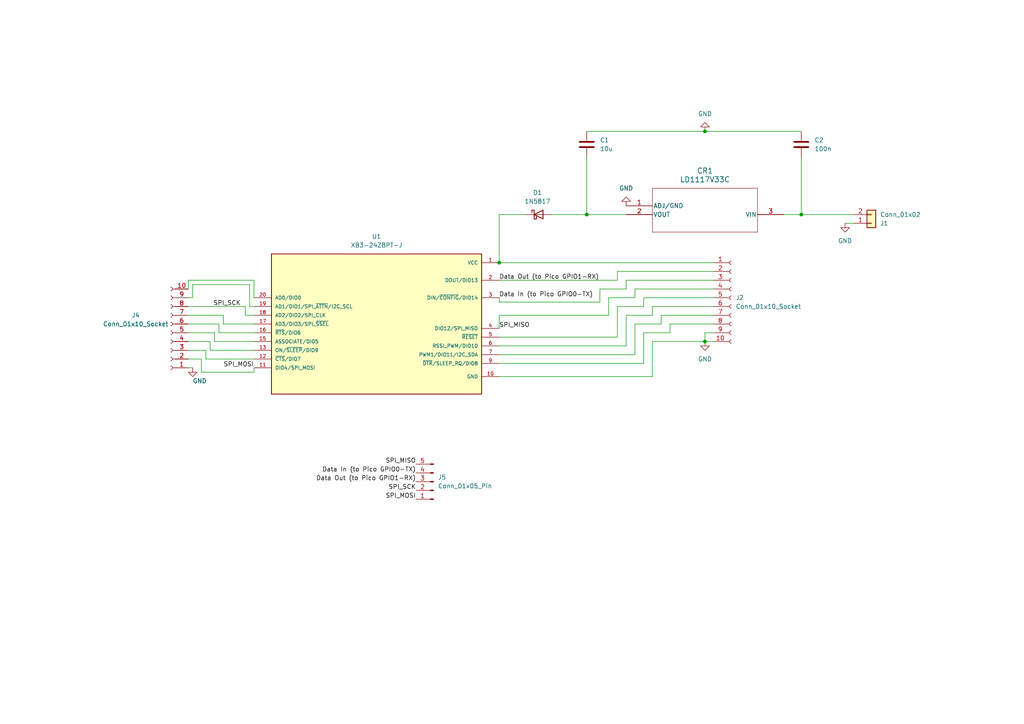
<source format=kicad_sch>
(kicad_sch (version 20230121) (generator eeschema)
  (paper "A4")
  (lib_symbols
    (symbol "Connector:Conn_01x05_Pin" (pin_names (offset 1.016) hide)
      (property "Reference" "J" (at 0 7.62 0))
      (property "Value" "Conn_01x05_Pin" (at 0 -7.62 0))
      (symbol "Conn_01x05_Pin_1_1"
        (polyline (pts (xy 1.27 -5.08) (xy 0.8636 -5.08)) (stroke (width 0.1524)))
        (polyline (pts (xy 1.27 -2.54) (xy 0.8636 -2.54)) (stroke (width 0.1524)))
        (polyline (pts (xy 1.27 0) (xy 0.8636 0)) (stroke (width 0.1524)))
        (polyline (pts (xy 1.27 2.54) (xy 0.8636 2.54)) (stroke (width 0.1524)))
        (polyline (pts (xy 1.27 5.08) (xy 0.8636 5.08)) (stroke (width 0.1524)))
        (rectangle (start 0.8636 -4.953) (end 0 -5.207) (stroke (width 0.1524)) (fill (type outline)))
        (rectangle (start 0.8636 -2.413) (end 0 -2.667) (stroke (width 0.1524)) (fill (type outline)))
        (rectangle (start 0.8636 0.127) (end 0 -0.127) (stroke (width 0.1524)) (fill (type outline)))
        (rectangle (start 0.8636 2.667) (end 0 2.413) (stroke (width 0.1524)) (fill (type outline)))
        (rectangle (start 0.8636 5.207) (end 0 4.953) (stroke (width 0.1524)) (fill (type outline)))
        (pin passive line (at 5.08 5.08 180) (length 3.81) (name "Pin_1") (number "1"))
        (pin passive line (at 5.08 2.54 180) (length 3.81) (name "Pin_2") (number "2"))
        (pin passive line (at 5.08 0 180) (length 3.81) (name "Pin_3") (number "3"))
        (pin passive line (at 5.08 -2.54 180) (length 3.81) (name "Pin_4") (number "4"))
        (pin passive line (at 5.08 -5.08 180) (length 3.81) (name "Pin_5") (number "5"))
      )
    )
    (symbol "Connector:Conn_01x10_Socket" (pin_names (offset 1.016) hide)
      (property "Reference" "J" (at 0 12.7 0))
      (property "Value" "Conn_01x10_Socket" (at 0 -15.24 0))
      (symbol "Conn_01x10_Socket_1_1"
        (arc (start 0 -12.192) (mid -0.5058 -12.7) (end 0 -13.208) (stroke (width 0.1524)))
        (arc (start 0 -9.652) (mid -0.5058 -10.16) (end 0 -10.668) (stroke (width 0.1524)))
        (arc (start 0 -7.112) (mid -0.5058 -7.62) (end 0 -8.128) (stroke (width 0.1524)))
        (arc (start 0 -4.572) (mid -0.5058 -5.08) (end 0 -5.588) (stroke (width 0.1524)))
        (arc (start 0 -2.032) (mid -0.5058 -2.54) (end 0 -3.048) (stroke (width 0.1524)))
        (polyline (pts (xy -1.27 -12.7) (xy -0.508 -12.7)) (stroke (width 0.1524)))
        (polyline (pts (xy -1.27 -10.16) (xy -0.508 -10.16)) (stroke (width 0.1524)))
        (polyline (pts (xy -1.27 -7.62) (xy -0.508 -7.62)) (stroke (width 0.1524)))
        (polyline (pts (xy -1.27 -5.08) (xy -0.508 -5.08)) (stroke (width 0.1524)))
        (polyline (pts (xy -1.27 -2.54) (xy -0.508 -2.54)) (stroke (width 0.1524)))
        (polyline (pts (xy -1.27 0) (xy -0.508 0)) (stroke (width 0.1524)))
        (polyline (pts (xy -1.27 2.54) (xy -0.508 2.54)) (stroke (width 0.1524)))
        (polyline (pts (xy -1.27 5.08) (xy -0.508 5.08)) (stroke (width 0.1524)))
        (polyline (pts (xy -1.27 7.62) (xy -0.508 7.62)) (stroke (width 0.1524)))
        (polyline (pts (xy -1.27 10.16) (xy -0.508 10.16)) (stroke (width 0.1524)))
        (arc (start 0 0.508) (mid -0.5058 0) (end 0 -0.508) (stroke (width 0.1524)))
        (arc (start 0 3.048) (mid -0.5058 2.54) (end 0 2.032) (stroke (width 0.1524)))
        (arc (start 0 5.588) (mid -0.5058 5.08) (end 0 4.572) (stroke (width 0.1524)))
        (arc (start 0 8.128) (mid -0.5058 7.62) (end 0 7.112) (stroke (width 0.1524)))
        (arc (start 0 10.668) (mid -0.5058 10.16) (end 0 9.652) (stroke (width 0.1524)))
        (pin passive line (at -5.08 10.16 0) (length 3.81) (name "Pin_1") (number "1"))
        (pin passive line (at -5.08 -12.7 0) (length 3.81) (name "Pin_10") (number "10"))
        (pin passive line (at -5.08 7.62 0) (length 3.81) (name "Pin_2") (number "2"))
        (pin passive line (at -5.08 5.08 0) (length 3.81) (name "Pin_3") (number "3"))
        (pin passive line (at -5.08 2.54 0) (length 3.81) (name "Pin_4") (number "4"))
        (pin passive line (at -5.08 0 0) (length 3.81) (name "Pin_5") (number "5"))
        (pin passive line (at -5.08 -2.54 0) (length 3.81) (name "Pin_6") (number "6"))
        (pin passive line (at -5.08 -5.08 0) (length 3.81) (name "Pin_7") (number "7"))
        (pin passive line (at -5.08 -7.62 0) (length 3.81) (name "Pin_8") (number "8"))
        (pin passive line (at -5.08 -10.16 0) (length 3.81) (name "Pin_9") (number "9"))
      )
    )
    (symbol "Connector_Generic:Conn_01x02" (pin_names (offset 1.016) hide)
      (property "Reference" "J" (at 0 2.54 0))
      (property "Value" "Conn_01x02" (at 0 -5.08 0))
      (symbol "Conn_01x02_1_1"
        (rectangle (start -1.27 -2.413) (end 0 -2.667) (stroke (width 0.1524)))
        (rectangle (start -1.27 0.127) (end 0 -0.127) (stroke (width 0.1524)))
        (rectangle (start -1.27 1.27) (end 1.27 -3.81) (stroke (width 0.254)) (fill (type background)))
        (pin passive line (at -5.08 0 0) (length 3.81) (name "Pin_1") (number "1"))
        (pin passive line (at -5.08 -2.54 0) (length 3.81) (name "Pin_2") (number "2"))
      )
    )
    (symbol "Device:C" (pin_numbers hide) (pin_names (offset 0.254))
      (property "Reference" "C" (at 0.635 2.54 0))
      (property "Value" "C" (at 0.635 -2.54 0))
      (symbol "C_0_1"
        (polyline (pts (xy -2.032 -0.762) (xy 2.032 -0.762)) (stroke (width 0.508)))
        (polyline (pts (xy -2.032 0.762) (xy 2.032 0.762)) (stroke (width 0.508)))
      )
      (symbol "C_1_1"
        (pin passive line (at 0 3.81 270) (length 2.794) (name "~") (number "1"))
        (pin passive line (at 0 -3.81 90) (length 2.794) (name "~") (number "2"))
      )
    )
    (symbol "Diode:1N5817" (pin_numbers hide) (pin_names (offset 1.016) hide)
      (property "Reference" "D" (at 0 2.54 0))
      (property "Value" "1N5817" (at 0 -2.54 0))
      (symbol "1N5817_0_1"
        (polyline (pts (xy 1.27 0) (xy -1.27 0)))
        (polyline (pts (xy 1.27 1.27) (xy 1.27 -1.27) (xy -1.27 0) (xy 1.27 1.27)) (stroke (width 0.254)))
        (polyline (pts (xy -1.905 0.635) (xy -1.905 1.27) (xy -1.27 1.27) (xy -1.27 -1.27) (xy -0.635 -1.27) (xy -0.635 -0.635)) (stroke (width 0.254)))
      )
      (symbol "1N5817_1_1"
        (pin passive line (at -3.81 0 0) (length 2.54) (name "K") (number "1"))
        (pin passive line (at 3.81 0 180) (length 2.54) (name "A") (number "2"))
      )
    )
    (symbol "LD1117V33C:LD1117V33C" (pin_names (offset 0.254))
      (property "Reference" "CR" (at 22.86 10.16 0))
      (property "Value" "LD1117V33C" (at 22.86 7.62 0))
      (symbol "LD1117V33C_0_1"
        (polyline (pts (xy 7.62 -7.62) (xy 38.1 -7.62)) (stroke (width 0.127)))
        (polyline (pts (xy 7.62 5.08) (xy 7.62 -7.62)) (stroke (width 0.127)))
        (polyline (pts (xy 38.1 -7.62) (xy 38.1 5.08)) (stroke (width 0.127)))
        (polyline (pts (xy 38.1 5.08) (xy 7.62 5.08)) (stroke (width 0.127)))
        (pin power_out line (at 0 0 0) (length 7.62) (name "ADJ/GND") (number "1"))
        (pin power_in line (at 0 -2.54 0) (length 7.62) (name "VOUT") (number "2"))
        (pin power_in line (at 45.72 -2.54 180) (length 7.62) (name "VIN") (number "3"))
      )
    )
    (symbol "XBeeModule:XB3-24Z8PT-J" (pin_names (offset 1.016))
      (property "Reference" "U1" (at 0 25.4 0))
      (property "Value" "XB3-24Z8PT-J" (at 0 22.86 0))
      (symbol "XB3-24Z8PT-J_0_0"
        (rectangle (start -30.48 20.32) (end 30.48 -20.32) (stroke (width 0.254)) (fill (type background)))
        (pin power_in line (at 35.56 17.78 180) (length 5.08) (name "VCC") (number "1"))
        (pin power_in line (at 35.56 -15.24 180) (length 5.08) (name "GND") (number "10"))
        (pin bidirectional line (at -35.56 -12.7 0) (length 5.08) (name "DIO4/SPI_MOSI") (number "11"))
        (pin bidirectional line (at -35.56 -10.16 0) (length 5.08) (name "~{CTS}/DIO7") (number "12"))
        (pin bidirectional line (at -35.56 -7.62 0) (length 5.08) (name "ON/~{SLEEP}/DIO9") (number "13"))
        (pin bidirectional line (at -35.56 -5.08 0) (length 5.08) (name "ASSOCIATE/DIO5") (number "15"))
        (pin bidirectional line (at -35.56 -2.54 0) (length 5.08) (name "~{RTS}/DIO6") (number "16"))
        (pin bidirectional line (at -35.56 0 0) (length 5.08) (name "AD3/DIO3/SPI_~{SSEL}") (number "17"))
        (pin bidirectional line (at -35.56 2.54 0) (length 5.08) (name "AD2/DIO2/SPI_CLK") (number "18"))
        (pin bidirectional line (at -35.56 5.08 0) (length 5.08) (name "AD1/DIO1/SPI_~{ATTN}/I2C_SCL") (number "19"))
        (pin bidirectional line (at 35.56 12.7 180) (length 5.08) (name "DOUT/DIO13") (number "2"))
        (pin bidirectional line (at -35.56 7.62 0) (length 5.08) (name "AD0/DIO0") (number "20"))
        (pin bidirectional line (at 35.56 7.62 180) (length 5.08) (name "DIN/~{CONFIG}/DIO14") (number "3"))
        (pin bidirectional line (at 35.56 -1.27 180) (length 5.08) (name "DIO12/SPI_MISO") (number "4"))
        (pin input line (at 35.56 -3.81 180) (length 5.08) (name "~{RESET}") (number "5"))
        (pin bidirectional line (at 35.56 -6.35 180) (length 5.08) (name "RSSI_PWM/DIO10") (number "6"))
        (pin bidirectional line (at 35.56 -8.89 180) (length 5.08) (name "PWM1/DIO11/I2C_SDA") (number "7"))
        (pin bidirectional line (at 35.56 -11.43 180) (length 5.08) (name "~{DTR}/SLEEP_RQ/DIO8") (number "9"))
      )
    )
    (symbol "power:GND" (power) (pin_names (offset 0))
      (property "Value" "GND" (at 0 -3.81 0))
      (symbol "GND_0_1"
        (polyline (pts (xy 0 0) (xy 0 -1.27) (xy 1.27 -1.27) (xy 0 -2.54) (xy -1.27 -1.27) (xy 0 -1.27)))
      )
      (symbol "GND_1_1"
        (pin power_in line (at 0 0 270) (length 0) hide (name "GND") (number "1"))
      )
    )
  )
  (junction (at 204.47 99.06))
  (junction (at 170.18 62.23))
  (junction (at 232.41 62.23))
  (junction (at 144.78 76.2))
  (junction (at 204.47 38.1))
  (wire (pts (xy 204.47 96.52) (xy 207.01 96.52)))
  (wire (pts (xy 181.61 62.23) (xy 170.18 62.23)))
  (wire (pts (xy 186.69 105.41) (xy 186.69 96.52)))
  (wire (pts (xy 144.78 102.87) (xy 184.15 102.87)))
  (wire (pts (xy 58.42 104.14) (xy 58.42 107.95)))
  (wire (pts (xy 160.02 62.23) (xy 170.18 62.23)))
  (wire (pts (xy 189.23 99.06) (xy 204.47 99.06)))
  (wire (pts (xy 54.61 104.14) (xy 58.42 104.14)))
  (wire (pts (xy 54.61 88.9) (xy 71.12 88.9)))
  (wire (pts (xy 189.23 91.44) (xy 189.23 88.9)))
  (wire (pts (xy 186.69 96.52) (xy 194.31 96.52)))
  (wire (pts (xy 72.39 82.55) (xy 72.39 88.9)))
  (wire (pts (xy 59.69 104.14) (xy 73.66 104.14)))
  (wire (pts (xy 191.77 91.44) (xy 207.01 91.44)))
  (wire (pts (xy 184.15 86.36) (xy 184.15 83.82)))
  (wire (pts (xy 73.66 81.28) (xy 73.66 86.36)))
  (wire (pts (xy 62.23 96.52) (xy 62.23 99.06)))
  (wire (pts (xy 55.88 86.36) (xy 54.61 86.36)))
  (wire (pts (xy 227.33 62.23) (xy 232.41 62.23)))
  (wire (pts (xy 62.23 99.06) (xy 73.66 99.06)))
  (wire (pts (xy 179.07 97.79) (xy 179.07 88.9)))
  (wire (pts (xy 60.96 101.6) (xy 73.66 101.6)))
  (wire (pts (xy 54.61 96.52) (xy 62.23 96.52)))
  (wire (pts (xy 189.23 88.9) (xy 207.01 88.9)))
  (wire (pts (xy 73.66 107.95) (xy 73.66 106.68)))
  (wire (pts (xy 144.78 81.28) (xy 179.07 81.28)))
  (wire (pts (xy 204.47 99.06) (xy 204.47 96.52)))
  (wire (pts (xy 181.61 100.33) (xy 181.61 91.44)))
  (wire (pts (xy 144.78 91.44) (xy 144.78 95.25)))
  (wire (pts (xy 71.12 91.44) (xy 73.66 91.44)))
  (wire (pts (xy 179.07 88.9) (xy 186.69 88.9)))
  (wire (pts (xy 232.41 45.72) (xy 232.41 62.23)))
  (wire (pts (xy 170.18 45.72) (xy 170.18 62.23)))
  (wire (pts (xy 54.61 93.98) (xy 63.5 93.98)))
  (wire (pts (xy 144.78 62.23) (xy 152.4 62.23)))
  (wire (pts (xy 144.78 62.23) (xy 144.78 76.2)))
  (wire (pts (xy 186.69 86.36) (xy 207.01 86.36)))
  (wire (pts (xy 207.01 81.28) (xy 181.61 81.28)))
  (wire (pts (xy 63.5 96.52) (xy 73.66 96.52)))
  (wire (pts (xy 207.01 76.2) (xy 144.78 76.2)))
  (wire (pts (xy 144.78 100.33) (xy 181.61 100.33)))
  (wire (pts (xy 54.61 81.28) (xy 54.61 83.82)))
  (wire (pts (xy 54.61 101.6) (xy 59.69 101.6)))
  (wire (pts (xy 64.77 93.98) (xy 73.66 93.98)))
  (wire (pts (xy 181.61 81.28) (xy 181.61 83.82)))
  (wire (pts (xy 144.78 91.44) (xy 176.53 91.44)))
  (wire (pts (xy 54.61 81.28) (xy 73.66 81.28)))
  (wire (pts (xy 173.99 87.63) (xy 173.99 83.82)))
  (wire (pts (xy 186.69 88.9) (xy 186.69 86.36)))
  (wire (pts (xy 181.61 91.44) (xy 189.23 91.44)))
  (wire (pts (xy 144.78 86.36) (xy 144.78 87.63)))
  (wire (pts (xy 184.15 93.98) (xy 184.15 102.87)))
  (wire (pts (xy 232.41 62.23) (xy 247.65 62.23)))
  (wire (pts (xy 189.23 99.06) (xy 189.23 109.22)))
  (wire (pts (xy 72.39 88.9) (xy 73.66 88.9)))
  (wire (pts (xy 184.15 83.82) (xy 207.01 83.82)))
  (wire (pts (xy 64.77 91.44) (xy 64.77 93.98)))
  (wire (pts (xy 181.61 83.82) (xy 173.99 83.82)))
  (wire (pts (xy 176.53 86.36) (xy 184.15 86.36)))
  (wire (pts (xy 194.31 96.52) (xy 194.31 93.98)))
  (wire (pts (xy 176.53 91.44) (xy 176.53 86.36)))
  (wire (pts (xy 59.69 101.6) (xy 59.69 104.14)))
  (wire (pts (xy 54.61 91.44) (xy 64.77 91.44)))
  (wire (pts (xy 58.42 107.95) (xy 73.66 107.95)))
  (wire (pts (xy 170.18 38.1) (xy 204.47 38.1)))
  (wire (pts (xy 204.47 38.1) (xy 232.41 38.1)))
  (wire (pts (xy 54.61 99.06) (xy 60.96 99.06)))
  (wire (pts (xy 63.5 93.98) (xy 63.5 96.52)))
  (wire (pts (xy 179.07 78.74) (xy 179.07 81.28)))
  (wire (pts (xy 144.78 105.41) (xy 186.69 105.41)))
  (wire (pts (xy 204.47 99.06) (xy 207.01 99.06)))
  (wire (pts (xy 55.88 82.55) (xy 55.88 86.36)))
  (wire (pts (xy 71.12 88.9) (xy 71.12 91.44)))
  (wire (pts (xy 189.23 109.22) (xy 144.78 109.22)))
  (wire (pts (xy 144.78 87.63) (xy 173.99 87.63)))
  (wire (pts (xy 144.78 97.79) (xy 179.07 97.79)))
  (wire (pts (xy 184.15 93.98) (xy 191.77 93.98)))
  (wire (pts (xy 245.11 64.77) (xy 247.65 64.77)))
  (wire (pts (xy 179.07 78.74) (xy 207.01 78.74)))
  (wire (pts (xy 194.31 93.98) (xy 207.01 93.98)))
  (wire (pts (xy 60.96 99.06) (xy 60.96 101.6)))
  (wire (pts (xy 191.77 93.98) (xy 191.77 91.44)))
  (wire (pts (xy 55.88 82.55) (xy 72.39 82.55)))
  (wire (pts (xy 54.61 106.68) (xy 55.88 106.68)))
  (label "Data In (to Pico GPIO0-TX)" (at 120.65 137.16 180))
  (label "Data In (to Pico GPIO0-TX)" (at 144.78 86.36 0))
  (label "SPI_MOSI" (at 73.66 106.68 180))
  (label "SPI_MISO" (at 144.78 95.25 0))
  (label "SPI_MISO" (at 120.65 134.62 180))
  (label "Data Out (to Pico GPIO1-RX)" (at 144.78 81.28 0))
  (label "Data Out (to Pico GPIO1-RX)" (at 120.65 139.7 180))
  (label "SPI_SCK" (at 69.85 88.9 180))
  (label "SPI_MOSI" (at 120.65 144.78 180))
  (label "SPI_SCK" (at 120.65 142.24 180))
  (symbol (lib_id "power:GND") (at 245.11 64.77 0) (unit 1)
    (property "Reference" "#PWR01" (effects hide))
    (property "Value" "GND" (at 245.11 69.85 0))
  )
  (symbol (lib_id "Connector:Conn_01x10_Socket") (at 212.09 86.36 0) (unit 1)
    (property "Reference" "J2" (at 213.36 86.36 0) (effects (justify left)))
    (property "Value" "Conn_01x10_Socket" (at 213.36 88.9 0) (effects (justify left)))
    (property "Footprint" "Connector_PinSocket_2.54mm:PinSocket_1x10_P2.54mm_Vertical" (effects hide))
  )
  (symbol (lib_id "power:GND") (at 204.47 38.1 180) (unit 1)
    (property "Reference" "#PWR06" (effects hide))
    (property "Value" "GND" (at 204.47 33.02 0))
  )
  (symbol (lib_id "Device:C") (at 232.41 41.91 0) (unit 1)
    (property "Reference" "C2" (at 236.22 40.64 0) (effects (justify left)))
    (property "Value" "100n" (at 236.22 43.18 0) (effects (justify left)))
    (property "Footprint" "Capacitor_SMD:C_0603_1608Metric" (effects hide))
    (property "Datasheet" "https://mm.digikey.com/Volume0/opasdata/d220001/medias/docus/609/CL10B104KB8NNNC_Spec.pdf" (effects hide))
    (property "DigiKey" "https://www.digikey.com/en/products/detail/samsung-electro-mechanics/CL10B104KB8NNNC/3886658" (effects hide))
  )
  (symbol (lib_id "Connector:Conn_01x10_Socket") (at 49.53 96.52 180) (unit 1)
    (property "Reference" "J4" (at 39.37 91.44 0))
    (property "Value" "Conn_01x10_Socket" (at 39.37 93.98 0))
    (property "Footprint" "Connector_PinSocket_2.54mm:PinSocket_1x10_P2.54mm_Vertical" (effects hide))
  )
  (symbol (lib_id "Connector:Conn_01x05_Pin") (at 125.73 139.7 180) (unit 1)
    (property "Reference" "J5" (at 127 138.43 0) (effects (justify right)))
    (property "Value" "Conn_01x05_Pin" (at 127 140.97 0) (effects (justify right)))
    (property "Footprint" "Connector_PinSocket_2.54mm:PinSocket_1x05_P2.54mm_Vertical" (effects hide))
  )
  (symbol (lib_id "Device:C") (at 170.18 41.91 0) (unit 1)
    (property "Reference" "C1" (at 173.99 40.64 0) (effects (justify left)))
    (property "Value" "10u" (at 173.99 43.18 0) (effects (justify left)))
    (property "Footprint" "Capacitor_SMD:C_0805_2012Metric" (effects hide))
    (property "Datasheet" "https://mm.digikey.com/Volume0/opasdata/d220001/medias/docus/5545/CL21A106KAYNNNE%20Spec.pdf" (effects hide))
    (property "DigiKey" "https://www.digikey.com/en/products/detail/samsung-electro-mechanics/CL21A106KAYNNNE/3888549" (effects hide))
  )
  (symbol (lib_id "Diode:1N5817") (at 156.21 62.23 0) (unit 1)
    (property "Reference" "D1" (at 155.8925 55.88 0))
    (property "Value" "1N5817" (at 155.8925 58.42 0))
    (property "Footprint" "Diode_THT:D_DO-41_SOD81_P10.16mm_Horizontal" (effects hide))
    (property "Datasheet" "http://www.vishay.com/docs/88525/1n5817.pdf" (effects hide))
    (property "DigiKey" "https://www.digikey.com/en/products/detail/vishay-general-semiconductor-diodes-division/1N5817-E3-73/2139978" (effects hide))
  )
  (symbol (lib_id "power:GND") (at 181.61 59.69 180) (unit 1)
    (property "Reference" "#PWR02" (effects hide))
    (property "Value" "GND" (at 181.61 54.61 0))
  )
  (symbol (lib_id "power:GND") (at 204.47 99.06 0) (unit 1)
    (property "Reference" "#PWR03" (effects hide))
    (property "Value" "GND" (at 204.47 104.14 0))
  )
  (symbol (lib_id "XBeeModule:XB3-24Z8PT-J") (at 109.22 93.98 0) (unit 1)
    (property "Reference" "U1" (at 109.22 68.58 0))
    (property "Value" "XB3-24Z8PT-J" (at 109.22 71.12 0))
    (property "Footprint" "XBeeModule:XCVR_XB3-24Z8PT-J" (effects hide))
    (property "MF" "Digi International" (effects hide))
    (property "MAXIMUM_PACKAGE_HEIGHT" "2.8mm" (effects hide))
    (property "Package" "Module Digi International" (effects hide))
    (property "Price" "None" (effects hide))
    (property "Check_prices" "https://www.snapeda.com/parts/XB3-24Z8PT-J/Digi+International/view-part/?ref=eda" (effects hide))
    (property "STANDARD" "Manufacturer Recommendations" (effects hide))
    (property "PARTREV" "N/A" (effects hide))
    (property "SnapEDA_Link" "https://www.snapeda.com/parts/XB3-24Z8PT-J/Digi+International/view-part/?ref=snap" (effects hide))
    (property "MP" "XB3-24Z8PT-J" (effects hide))
    (property "Description" "\n                        \n                            802.15.4 Zigbee® Transceiver Module 2.4GHz Integrated, Trace Through Hole\n                        \n" (effects hide))
    (property "Availability" "In Stock" (effects hide))
    (property "MANUFACTURER" "DIGI" (effects hide))
  )
  (symbol (lib_id "power:GND") (at 55.88 106.68 0) (unit 1)
    (property "Reference" "#PWR04" (effects hide))
    (property "Value" "GND" (at 55.88 110.49 0) (effects (justify left)))
  )
  (symbol (lib_id "LD1117V33C:LD1117V33C") (at 181.61 59.69 0) (unit 1)
    (property "Reference" "CR1" (at 204.47 49.53 0) (effects (font (size 1.524 1.524))))
    (property "Value" "LD1117V33C" (at 204.47 52.07 0) (effects (font (size 1.524 1.524))))
    (property "Footprint" "TO-220_STM" (effects hide))
    (property "Datasheet" "https://www.st.com/content/ccc/resource/technical/document/datasheet/99/3b/7d/91/91/51/4b/be/CD00000544.pdf/files/CD00000544.pdf/jcr:content/translations/en.CD00000544.pdf" (effects hide))
  )
  (symbol (lib_id "Connector_Generic:Conn_01x02") (at 252.73 64.77 0) (mirror x) (unit 1)
    (property "Reference" "J1" (at 255.27 64.77 0) (effects (justify left)))
    (property "Value" "Conn_01x02" (at 255.27 62.23 0) (effects (justify left)))
    (property "Footprint" "Connector_AMASS:AMASS_XT30UPB-M_1x02_P5.0mm_Vertical" (effects hide))
  )
)
</source>
